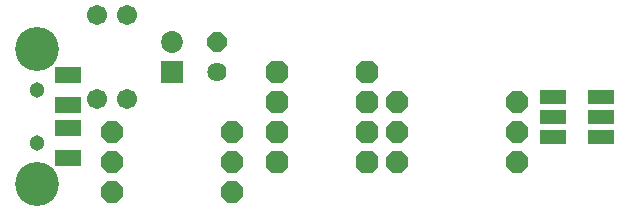
<source format=gts>
G75*
%MOIN*%
%OFA0B0*%
%FSLAX24Y24*%
%IPPOS*%
%LPD*%
%AMOC8*
5,1,8,0,0,1.08239X$1,22.5*
%
%ADD10R,0.0867X0.0513*%
%ADD11C,0.0674*%
%ADD12OC8,0.0740*%
%ADD13OC8,0.0640*%
%ADD14C,0.0640*%
%ADD15R,0.0730X0.0730*%
%ADD16C,0.0730*%
%ADD17C,0.1464*%
%ADD18R,0.0867X0.0552*%
%ADD19C,0.0513*%
%ADD20OC8,0.0760*%
D10*
X024227Y003621D03*
X025802Y003621D03*
X025802Y004290D03*
X024227Y004290D03*
X024227Y004959D03*
X025802Y004959D03*
D11*
X010015Y004890D03*
X009015Y004890D03*
X009015Y007690D03*
X010015Y007690D03*
D12*
X019015Y004790D03*
X019015Y003790D03*
X019015Y002790D03*
X023015Y002790D03*
X023015Y003790D03*
X023015Y004790D03*
X013515Y003790D03*
X013515Y002790D03*
X013515Y001790D03*
X009515Y001790D03*
X009515Y002790D03*
X009515Y003790D03*
D13*
X013015Y006790D03*
D14*
X013015Y005790D03*
D15*
X011515Y005790D03*
D16*
X011515Y006790D03*
D17*
X007015Y002046D03*
X007015Y006534D03*
D18*
X008038Y005668D03*
X008038Y004684D03*
X008038Y003896D03*
X008038Y002912D03*
D19*
X007015Y003404D03*
X007015Y005176D03*
D20*
X015015Y004790D03*
X018015Y004790D03*
X018015Y003790D03*
X015015Y003790D03*
X015015Y002790D03*
X018015Y002790D03*
X018015Y005790D03*
X015015Y005790D03*
M02*

</source>
